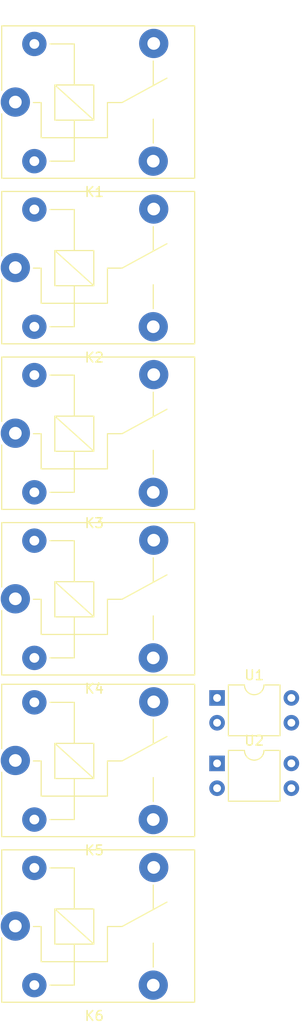
<source format=kicad_pcb>
(kicad_pcb (version 20240108) (generator "pcbnew") (generator_version "8.0")
  (layers (0 "F.Cu" signal) (31 "B.Cu" signal) (34 "B.Paste" user) (35 "F.Paste" user) (36 "B.SilkS" user "B.Silkscreen") (37 "F.SilkS" user "F.Silkscreen") (38 "B.Mask" user) (39 "F.Mask" user) (44 "Edge.Cuts" user))
  (net 0 "")
  (net 1 "/M1+")
  (net 2 "/nFWD1")
  (net 3 "GND1")
  (net 4 "+12V")
  (net 5 "VBUS")
  (net 6 "/nREV1")
  (net 7 "/nREV2")
  (net 8 "/M1-")
  (net 9 "/nFWD2")
  (net 10 "/M2-")
  (net 11 "/M2+")
  (net 12 "/nSOUND")
  (net 13 "/SOUND")
  (net 15 "/nLIGHT")
  (net 17 "/LIGHT")
  (net 18 "/SIG_CLOSE")
  (net 19 "GND2")
  (net 20 "+3V3")
  (net 21 "/nSIG_CLOSE")
  (net 22 "/SIG_OPEN")
  (net 23 "/nSIG_OPEN")
  (footprint "Relay_THT:Relay_SPDT_SANYOU_SRD_Series_Form_C" (layer "F.Cu") (at 94.75 45.3)
    (property "Reference" "K1" (at 8.1 9.2 0) (layer "F.SilkS"))
    (property "Value" "SANYOU_SRD_Form_C")
    (fp_line (start -1.4 -7.8) (end -1.4 -1.2) (stroke (width 0.12)) (layer "F.SilkS"))
    (fp_line (start -1.4 -7.8) (end 18.4 -7.8) (stroke (width 0.12)) (layer "F.SilkS"))
    (fp_line (start -1.4 1.2) (end -1.4 7.8) (stroke (width 0.12)) (layer "F.SilkS"))
    (fp_line (start 2.65 0.05) (end 1.85 0.05) (stroke (width 0.12)) (layer "F.SilkS"))
    (fp_line (start 2.65 0.05) (end 2.65 3.65) (stroke (width 0.12)) (layer "F.SilkS"))
    (fp_line (start 3.55 6.05) (end 6.05 6.05) (stroke (width 0.12)) (layer "F.SilkS"))
    (fp_line (start 4.05 -1.75) (end 8.05 -1.75) (stroke (width 0.12)) (layer "F.SilkS"))
    (fp_line (start 4.05 1.85) (end 4.05 -1.75) (stroke (width 0.12)) (layer "F.SilkS"))
    (fp_line (start 6.05 -5.95) (end 3.55 -5.95) (stroke (width 0.12)) (layer "F.SilkS"))
    (fp_line (start 6.05 -5.95) (end 6.05 -1.75) (stroke (width 0.12)) (layer "F.SilkS"))
    (fp_line (start 6.05 1.85) (end 6.05 6.05) (stroke (width 0.12)) (layer "F.SilkS"))
    (fp_line (start 8.05 -1.75) (end 8.05 1.85) (stroke (width 0.12)) (layer "F.SilkS"))
    (fp_line (start 8.05 1.85) (end 4.05 -1.75) (stroke (width 0.12)) (layer "F.SilkS"))
    (fp_line (start 8.05 1.85) (end 4.05 1.85) (stroke (width 0.12)) (layer "F.SilkS"))
    (fp_line (start 9.45 0.05) (end 9.45 3.65) (stroke (width 0.12)) (layer "F.SilkS"))
    (fp_line (start 9.45 0.05) (end 10.95 0.05) (stroke (width 0.12)) (layer "F.SilkS"))
    (fp_line (start 9.45 3.65) (end 2.65 3.65) (stroke (width 0.12)) (layer "F.SilkS"))
    (fp_line (start 10.95 0.05) (end 15.55 -2.45) (stroke (width 0.12)) (layer "F.SilkS"))
    (fp_line (start 14.15 -4.2) (end 14.15 -1.7) (stroke (width 0.12)) (layer "F.SilkS"))
    (fp_line (start 14.15 4.2) (end 14.15 1.75) (stroke (width 0.12)) (layer "F.SilkS"))
    (fp_line (start 18.4 -7.8) (end 18.4 7.8) (stroke (width 0.12)) (layer "F.SilkS"))
    (fp_line (start 18.4 7.8) (end -1.4 7.8) (stroke (width 0.12)) (layer "F.SilkS"))
    (pad "1" thru_hole circle (at 0 0 90) (size 3 3) (drill 1.3) (layers "*.Cu" "*.Mask") (net 1 "/M1+"))
    (pad "2" thru_hole circle (at 1.95 6.05 90) (size 2.5 2.5) (drill 1) (layers "*.Cu" "*.Mask") (net 4 "+12V"))
    (pad "3" thru_hole circle (at 14.15 6.05 90) (size 3 3) (drill 1.3) (layers "*.Cu" "*.Mask") (net 5 "VBUS"))
    (pad "4" thru_hole circle (at 14.2 -6 90) (size 3 3) (drill 1.3) (layers "*.Cu" "*.Mask") (net 3 "GND1"))
    (pad "5" thru_hole circle (at 1.95 -5.95 90) (size 2.5 2.5) (drill 1) (layers "*.Cu" "*.Mask") (net 2 "/nFWD1"))
  )
  (footprint "Package_DIP:DIP-4_W7.62mm" (layer "F.Cu") (at 115.45 106.3)
    (property "Reference" "U1" (at 3.81 -2.33 0) (layer "F.SilkS"))
    (property "Value" "PC817")
    (fp_line (start 1.16 -1.33) (end 1.16 3.87) (stroke (width 0.12)) (layer "F.SilkS"))
    (fp_line (start 1.16 3.87) (end 6.46 3.87) (stroke (width 0.12)) (layer "F.SilkS"))
    (fp_line (start 2.81 -1.33) (end 1.16 -1.33) (stroke (width 0.12)) (layer "F.SilkS"))
    (fp_line (start 6.46 -1.33) (end 4.81 -1.33) (stroke (width 0.12)) (layer "F.SilkS"))
    (fp_line (start 6.46 3.87) (end 6.46 -1.33) (stroke (width 0.12)) (layer "F.SilkS"))
    (fp_arc (start 4.81 -1.33) (mid 3.81 -0.33) (end 2.81 -1.33) (stroke (width 0.12)) (layer "F.SilkS"))
    (pad "1" thru_hole rect (at 0 0) (size 1.6 1.6) (drill 0.8) (layers "*.Cu" "*.Mask") (net 20 "+3V3"))
    (pad "2" thru_hole oval (at 0 2.54) (size 1.6 1.6) (drill 0.8) (layers "*.Cu" "*.Mask") (net 21 "/nSIG_CLOSE"))
    (pad "3" thru_hole oval (at 7.62 2.54) (size 1.6 1.6) (drill 0.8) (layers "*.Cu" "*.Mask") (net 19 "GND2"))
    (pad "4" thru_hole oval (at 7.62 0) (size 1.6 1.6) (drill 0.8) (layers "*.Cu" "*.Mask") (net 18 "/SIG_CLOSE"))
  )
  (footprint "Relay_THT:Relay_SPDT_SANYOU_SRD_Series_Form_C" (layer "F.Cu") (at 94.75 79.2)
    (property "Reference" "K3" (at 8.1 9.2 0) (layer "F.SilkS"))
    (property "Value" "SANYOU_SRD_Form_C")
    (fp_line (start -1.4 -7.8) (end -1.4 -1.2) (stroke (width 0.12)) (layer "F.SilkS"))
    (fp_line (start -1.4 -7.8) (end 18.4 -7.8) (stroke (width 0.12)) (layer "F.SilkS"))
    (fp_line (start -1.4 1.2) (end -1.4 7.8) (stroke (width 0.12)) (layer "F.SilkS"))
    (fp_line (start 2.65 0.05) (end 1.85 0.05) (stroke (width 0.12)) (layer "F.SilkS"))
    (fp_line (start 2.65 0.05) (end 2.65 3.65) (stroke (width 0.12)) (layer "F.SilkS"))
    (fp_line (start 3.55 6.05) (end 6.05 6.05) (stroke (width 0.12)) (layer "F.SilkS"))
    (fp_line (start 4.05 -1.75) (end 8.05 -1.75) (stroke (width 0.12)) (layer "F.SilkS"))
    (fp_line (start 4.05 1.85) (end 4.05 -1.75) (stroke (width 0.12)) (layer "F.SilkS"))
    (fp_line (start 6.05 -5.95) (end 3.55 -5.95) (stroke (width 0.12)) (layer "F.SilkS"))
    (fp_line (start 6.05 -5.95) (end 6.05 -1.75) (stroke (width 0.12)) (layer "F.SilkS"))
    (fp_line (start 6.05 1.85) (end 6.05 6.05) (stroke (width 0.12)) (layer "F.SilkS"))
    (fp_line (start 8.05 -1.75) (end 8.05 1.85) (stroke (width 0.12)) (layer "F.SilkS"))
    (fp_line (start 8.05 1.85) (end 4.05 -1.75) (stroke (width 0.12)) (layer "F.SilkS"))
    (fp_line (start 8.05 1.85) (end 4.05 1.85) (stroke (width 0.12)) (layer "F.SilkS"))
    (fp_line (start 9.45 0.05) (end 9.45 3.65) (stroke (width 0.12)) (layer "F.SilkS"))
    (fp_line (start 9.45 0.05) (end 10.95 0.05) (stroke (width 0.12)) (layer "F.SilkS"))
    (fp_line (start 9.45 3.65) (end 2.65 3.65) (stroke (width 0.12)) (layer "F.SilkS"))
    (fp_line (start 10.95 0.05) (end 15.55 -2.45) (stroke (width 0.12)) (layer "F.SilkS"))
    (fp_line (start 14.15 -4.2) (end 14.15 -1.7) (stroke (width 0.12)) (layer "F.SilkS"))
    (fp_line (start 14.15 4.2) (end 14.15 1.75) (stroke (width 0.12)) (layer "F.SilkS"))
    (fp_line (start 18.4 -7.8) (end 18.4 7.8) (stroke (width 0.12)) (layer "F.SilkS"))
    (fp_line (start 18.4 7.8) (end -1.4 7.8) (stroke (width 0.12)) (layer "F.SilkS"))
    (pad "1" thru_hole circle (at 0 0 90) (size 3 3) (drill 1.3) (layers "*.Cu" "*.Mask") (net 10 "/M2-"))
    (pad "2" thru_hole circle (at 1.95 6.05 90) (size 2.5 2.5) (drill 1) (layers "*.Cu" "*.Mask") (net 4 "+12V"))
    (pad "3" thru_hole circle (at 14.15 6.05 90) (size 3 3) (drill 1.3) (layers "*.Cu" "*.Mask") (net 5 "VBUS"))
    (pad "4" thru_hole circle (at 14.2 -6 90) (size 3 3) (drill 1.3) (layers "*.Cu" "*.Mask") (net 3 "GND1"))
    (pad "5" thru_hole circle (at 1.95 -5.95 90) (size 2.5 2.5) (drill 1) (layers "*.Cu" "*.Mask") (net 7 "/nREV2"))
  )
  (footprint "Relay_THT:Relay_SPDT_SANYOU_SRD_Series_Form_C" (layer "F.Cu") (at 94.75 62.25)
    (property "Reference" "K2" (at 8.1 9.2 0) (layer "F.SilkS"))
    (property "Value" "SANYOU_SRD_Form_C")
    (fp_line (start -1.4 -7.8) (end -1.4 -1.2) (stroke (width 0.12)) (layer "F.SilkS"))
    (fp_line (start -1.4 -7.8) (end 18.4 -7.8) (stroke (width 0.12)) (layer "F.SilkS"))
    (fp_line (start -1.4 1.2) (end -1.4 7.8) (stroke (width 0.12)) (layer "F.SilkS"))
    (fp_line (start 2.65 0.05) (end 1.85 0.05) (stroke (width 0.12)) (layer "F.SilkS"))
    (fp_line (start 2.65 0.05) (end 2.65 3.65) (stroke (width 0.12)) (layer "F.SilkS"))
    (fp_line (start 3.55 6.05) (end 6.05 6.05) (stroke (width 0.12)) (layer "F.SilkS"))
    (fp_line (start 4.05 -1.75) (end 8.05 -1.75) (stroke (width 0.12)) (layer "F.SilkS"))
    (fp_line (start 4.05 1.85) (end 4.05 -1.75) (stroke (width 0.12)) (layer "F.SilkS"))
    (fp_line (start 6.05 -5.95) (end 3.55 -5.95) (stroke (width 0.12)) (layer "F.SilkS"))
    (fp_line (start 6.05 -5.95) (end 6.05 -1.75) (stroke (width 0.12)) (layer "F.SilkS"))
    (fp_line (start 6.05 1.85) (end 6.05 6.05) (stroke (width 0.12)) (layer "F.SilkS"))
    (fp_line (start 8.05 -1.75) (end 8.05 1.85) (stroke (width 0.12)) (layer "F.SilkS"))
    (fp_line (start 8.05 1.85) (end 4.05 -1.75) (stroke (width 0.12)) (layer "F.SilkS"))
    (fp_line (start 8.05 1.85) (end 4.05 1.85) (stroke (width 0.12)) (layer "F.SilkS"))
    (fp_line (start 9.45 0.05) (end 9.45 3.65) (stroke (width 0.12)) (layer "F.SilkS"))
    (fp_line (start 9.45 0.05) (end 10.95 0.05) (stroke (width 0.12)) (layer "F.SilkS"))
    (fp_line (start 9.45 3.65) (end 2.65 3.65) (stroke (width 0.12)) (layer "F.SilkS"))
    (fp_line (start 10.95 0.05) (end 15.55 -2.45) (stroke (width 0.12)) (layer "F.SilkS"))
    (fp_line (start 14.15 -4.2) (end 14.15 -1.7) (stroke (width 0.12)) (layer "F.SilkS"))
    (fp_line (start 14.15 4.2) (end 14.15 1.75) (stroke (width 0.12)) (layer "F.SilkS"))
    (fp_line (start 18.4 -7.8) (end 18.4 7.8) (stroke (width 0.12)) (layer "F.SilkS"))
    (fp_line (start 18.4 7.8) (end -1.4 7.8) (stroke (width 0.12)) (layer "F.SilkS"))
    (pad "1" thru_hole circle (at 0 0 90) (size 3 3) (drill 1.3) (layers "*.Cu" "*.Mask") (net 8 "/M1-"))
    (pad "2" thru_hole circle (at 1.95 6.05 90) (size 2.5 2.5) (drill 1) (layers "*.Cu" "*.Mask") (net 4 "+12V"))
    (pad "3" thru_hole circle (at 14.15 6.05 90) (size 3 3) (drill 1.3) (layers "*.Cu" "*.Mask") (net 5 "VBUS"))
    (pad "4" thru_hole circle (at 14.2 -6 90) (size 3 3) (drill 1.3) (layers "*.Cu" "*.Mask") (net 3 "GND1"))
    (pad "5" thru_hole circle (at 1.95 -5.95 90) (size 2.5 2.5) (drill 1) (layers "*.Cu" "*.Mask") (net 6 "/nREV1"))
  )
  (footprint "Package_DIP:DIP-4_W7.62mm" (layer "F.Cu") (at 115.45 113)
    (property "Reference" "U2" (at 3.81 -2.33 0) (layer "F.SilkS"))
    (property "Value" "PC817")
    (fp_line (start 1.16 -1.33) (end 1.16 3.87) (stroke (width 0.12)) (layer "F.SilkS"))
    (fp_line (start 1.16 3.87) (end 6.46 3.87) (stroke (width 0.12)) (layer "F.SilkS"))
    (fp_line (start 2.81 -1.33) (end 1.16 -1.33) (stroke (width 0.12)) (layer "F.SilkS"))
    (fp_line (start 6.46 -1.33) (end 4.81 -1.33) (stroke (width 0.12)) (layer "F.SilkS"))
    (fp_line (start 6.46 3.87) (end 6.46 -1.33) (stroke (width 0.12)) (layer "F.SilkS"))
    (fp_arc (start 4.81 -1.33) (mid 3.81 -0.33) (end 2.81 -1.33) (stroke (width 0.12)) (layer "F.SilkS"))
    (pad "1" thru_hole rect (at 0 0) (size 1.6 1.6) (drill 0.8) (layers "*.Cu" "*.Mask") (net 20 "+3V3"))
    (pad "2" thru_hole oval (at 0 2.54) (size 1.6 1.6) (drill 0.8) (layers "*.Cu" "*.Mask") (net 23 "/nSIG_OPEN"))
    (pad "3" thru_hole oval (at 7.62 2.54) (size 1.6 1.6) (drill 0.8) (layers "*.Cu" "*.Mask") (net 19 "GND2"))
    (pad "4" thru_hole oval (at 7.62 0) (size 1.6 1.6) (drill 0.8) (layers "*.Cu" "*.Mask") (net 22 "/SIG_OPEN"))
  )
  (footprint "Relay_THT:Relay_SPDT_SANYOU_SRD_Series_Form_C" (layer "F.Cu") (at 94.75 96.15)
    (property "Reference" "K4" (at 8.1 9.2 0) (layer "F.SilkS"))
    (property "Value" "SANYOU_SRD_Form_C")
    (fp_line (start -1.4 -7.8) (end -1.4 -1.2) (stroke (width 0.12)) (layer "F.SilkS"))
    (fp_line (start -1.4 -7.8) (end 18.4 -7.8) (stroke (width 0.12)) (layer "F.SilkS"))
    (fp_line (start -1.4 1.2) (end -1.4 7.8) (stroke (width 0.12)) (layer "F.SilkS"))
    (fp_line (start 2.65 0.05) (end 1.85 0.05) (stroke (width 0.12)) (layer "F.SilkS"))
    (fp_line (start 2.65 0.05) (end 2.65 3.65) (stroke (width 0.12)) (layer "F.SilkS"))
    (fp_line (start 3.55 6.05) (end 6.05 6.05) (stroke (width 0.12)) (layer "F.SilkS"))
    (fp_line (start 4.05 -1.75) (end 8.05 -1.75) (stroke (width 0.12)) (layer "F.SilkS"))
    (fp_line (start 4.05 1.85) (end 4.05 -1.75) (stroke (width 0.12)) (layer "F.SilkS"))
    (fp_line (start 6.05 -5.95) (end 3.55 -5.95) (stroke (width 0.12)) (layer "F.SilkS"))
    (fp_line (start 6.05 -5.95) (end 6.05 -1.75) (stroke (width 0.12)) (layer "F.SilkS"))
    (fp_line (start 6.05 1.85) (end 6.05 6.05) (stroke (width 0.12)) (layer "F.SilkS"))
    (fp_line (start 8.05 -1.75) (end 8.05 1.85) (stroke (width 0.12)) (layer "F.SilkS"))
    (fp_line (start 8.05 1.85) (end 4.05 -1.75) (stroke (width 0.12)) (layer "F.SilkS"))
    (fp_line (start 8.05 1.85) (end 4.05 1.85) (stroke (width 0.12)) (layer "F.SilkS"))
    (fp_line (start 9.45 0.05) (end 9.45 3.65) (stroke (width 0.12)) (layer "F.SilkS"))
    (fp_line (start 9.45 0.05) (end 10.95 0.05) (stroke (width 0.12)) (layer "F.SilkS"))
    (fp_line (start 9.45 3.65) (end 2.65 3.65) (stroke (width 0.12)) (layer "F.SilkS"))
    (fp_line (start 10.95 0.05) (end 15.55 -2.45) (stroke (width 0.12)) (layer "F.SilkS"))
    (fp_line (start 14.15 -4.2) (end 14.15 -1.7) (stroke (width 0.12)) (layer "F.SilkS"))
    (fp_line (start 14.15 4.2) (end 14.15 1.75) (stroke (width 0.12)) (layer "F.SilkS"))
    (fp_line (start 18.4 -7.8) (end 18.4 7.8) (stroke (width 0.12)) (layer "F.SilkS"))
    (fp_line (start 18.4 7.8) (end -1.4 7.8) (stroke (width 0.12)) (layer "F.SilkS"))
    (pad "1" thru_hole circle (at 0 0 90) (size 3 3) (drill 1.3) (layers "*.Cu" "*.Mask") (net 11 "/M2+"))
    (pad "2" thru_hole circle (at 1.95 6.05 90) (size 2.5 2.5) (drill 1) (layers "*.Cu" "*.Mask") (net 4 "+12V"))
    (pad "3" thru_hole circle (at 14.15 6.05 90) (size 3 3) (drill 1.3) (layers "*.Cu" "*.Mask") (net 5 "VBUS"))
    (pad "4" thru_hole circle (at 14.2 -6 90) (size 3 3) (drill 1.3) (layers "*.Cu" "*.Mask") (net 3 "GND1"))
    (pad "5" thru_hole circle (at 1.95 -5.95 90) (size 2.5 2.5) (drill 1) (layers "*.Cu" "*.Mask") (net 9 "/nFWD2"))
  )
  (footprint "Relay_THT:Relay_SPDT_SANYOU_SRD_Series_Form_C" (layer "F.Cu") (at 94.75 112.7)
    (property "Reference" "K5" (at 8.1 9.2 0) (layer "F.SilkS"))
    (property "Value" "SANYOU_SRD_Form_C")
    (fp_line (start -1.4 -7.8) (end -1.4 -1.2) (stroke (width 0.12)) (layer "F.SilkS"))
    (fp_line (start -1.4 -7.8) (end 18.4 -7.8) (stroke (width 0.12)) (layer "F.SilkS"))
    (fp_line (start -1.4 1.2) (end -1.4 7.8) (stroke (width 0.12)) (layer "F.SilkS"))
    (fp_line (start 2.65 0.05) (end 1.85 0.05) (stroke (width 0.12)) (layer "F.SilkS"))
    (fp_line (start 2.65 0.05) (end 2.65 3.65) (stroke (width 0.12)) (layer "F.SilkS"))
    (fp_line (start 3.55 6.05) (end 6.05 6.05) (stroke (width 0.12)) (layer "F.SilkS"))
    (fp_line (start 4.05 -1.75) (end 8.05 -1.75) (stroke (width 0.12)) (layer "F.SilkS"))
    (fp_line (start 4.05 1.85) (end 4.05 -1.75) (stroke (width 0.12)) (layer "F.SilkS"))
    (fp_line (start 6.05 -5.95) (end 3.55 -5.95) (stroke (width 0.12)) (layer "F.SilkS"))
    (fp_line (start 6.05 -5.95) (end 6.05 -1.75) (stroke (width 0.12)) (layer "F.SilkS"))
    (fp_line (start 6.05 1.85) (end 6.05 6.05) (stroke (width 0.12)) (layer "F.SilkS"))
    (fp_line (start 8.05 -1.75) (end 8.05 1.85) (stroke (width 0.12)) (layer "F.SilkS"))
    (fp_line (start 8.05 1.85) (end 4.05 -1.75) (stroke (width 0.12)) (layer "F.SilkS"))
    (fp_line (start 8.05 1.85) (end 4.05 1.85) (stroke (width 0.12)) (layer "F.SilkS"))
    (fp_line (start 9.45 0.05) (end 9.45 3.65) (stroke (width 0.12)) (layer "F.SilkS"))
    (fp_line (start 9.45 0.05) (end 10.95 0.05) (stroke (width 0.12)) (layer "F.SilkS"))
    (fp_line (start 9.45 3.65) (end 2.65 3.65) (stroke (width 0.12)) (layer "F.SilkS"))
    (fp_line (start 10.95 0.05) (end 15.55 -2.45) (stroke (width 0.12)) (layer "F.SilkS"))
    (fp_line (start 14.15 -4.2) (end 14.15 -1.7) (stroke (width 0.12)) (layer "F.SilkS"))
    (fp_line (start 14.15 4.2) (end 14.15 1.75) (stroke (width 0.12)) (layer "F.SilkS"))
    (fp_line (start 18.4 -7.8) (end 18.4 7.8) (stroke (width 0.12)) (layer "F.SilkS"))
    (fp_line (start 18.4 7.8) (end -1.4 7.8) (stroke (width 0.12)) (layer "F.SilkS"))
    (pad "1" thru_hole circle (at 0 0 90) (size 3 3) (drill 1.3) (layers "*.Cu" "*.Mask") (net 13 "/SOUND"))
    (pad "2" thru_hole circle (at 1.95 6.05 90) (size 2.5 2.5) (drill 1) (layers "*.Cu" "*.Mask") (net 4 "+12V"))
    (pad "3" thru_hole circle (at 14.15 6.05 90) (size 3 3) (drill 1.3) (layers "*.Cu" "*.Mask") (net 5 "VBUS"))
    (pad "4" thru_hole circle (at 14.2 -6 90) (size 3 3) (drill 1.3) (layers "*.Cu" "*.Mask"))
    (pad "5" thru_hole circle (at 1.95 -5.95 90) (size 2.5 2.5) (drill 1) (layers "*.Cu" "*.Mask") (net 12 "/nSOUND"))
  )
  (footprint "Relay_THT:Relay_SPDT_SANYOU_SRD_Series_Form_C" (layer "F.Cu") (at 94.75 129.65)
    (property "Reference" "K6" (at 8.1 9.2 0) (layer "F.SilkS"))
    (property "Value" "SANYOU_SRD_Form_C")
    (fp_line (start -1.4 -7.8) (end -1.4 -1.2) (stroke (width 0.12)) (layer "F.SilkS"))
    (fp_line (start -1.4 -7.8) (end 18.4 -7.8) (stroke (width 0.12)) (layer "F.SilkS"))
    (fp_line (start -1.4 1.2) (end -1.4 7.8) (stroke (width 0.12)) (layer "F.SilkS"))
    (fp_line (start 2.65 0.05) (end 1.85 0.05) (stroke (width 0.12)) (layer "F.SilkS"))
    (fp_line (start 2.65 0.05) (end 2.65 3.65) (stroke (width 0.12)) (layer "F.SilkS"))
    (fp_line (start 3.55 6.05) (end 6.05 6.05) (stroke (width 0.12)) (layer "F.SilkS"))
    (fp_line (start 4.05 -1.75) (end 8.05 -1.75) (stroke (width 0.12)) (layer "F.SilkS"))
    (fp_line (start 4.05 1.85) (end 4.05 -1.75) (stroke (width 0.12)) (layer "F.SilkS"))
    (fp_line (start 6.05 -5.95) (end 3.55 -5.95) (stroke (width 0.12)) (layer "F.SilkS"))
    (fp_line (start 6.05 -5.95) (end 6.05 -1.75) (stroke (width 0.12)) (layer "F.SilkS"))
    (fp_line (start 6.05 1.85) (end 6.05 6.05) (stroke (width 0.12)) (layer "F.SilkS"))
    (fp_line (start 8.05 -1.75) (end 8.05 1.85) (stroke (width 0.12)) (layer "F.SilkS"))
    (fp_line (start 8.05 1.85) (end 4.05 -1.75) (stroke (width 0.12)) (layer "F.SilkS"))
    (fp_line (start 8.05 1.85) (end 4.05 1.85) (stroke (width 0.12)) (layer "F.SilkS"))
    (fp_line (start 9.45 0.05) (end 9.45 3.65) (stroke (width 0.12)) (layer "F.SilkS"))
    (fp_line (start 9.45 0.05) (end 10.95 0.05) (stroke (width 0.12)) (layer "F.SilkS"))
    (fp_line (start 9.45 3.65) (end 2.65 3.65) (stroke (width 0.12)) (layer "F.SilkS"))
    (fp_line (start 10.95 0.05) (end 15.55 -2.45) (stroke (width 0.12)) (layer "F.SilkS"))
    (fp_line (start 14.15 -4.2) (end 14.15 -1.7) (stroke (width 0.12)) (layer "F.SilkS"))
    (fp_line (start 14.15 4.2) (end 14.15 1.75) (stroke (width 0.12)) (layer "F.SilkS"))
    (fp_line (start 18.4 -7.8) (end 18.4 7.8) (stroke (width 0.12)) (layer "F.SilkS"))
    (fp_line (start 18.4 7.8) (end -1.4 7.8) (stroke (width 0.12)) (layer "F.SilkS"))
    (pad "1" thru_hole circle (at 0 0 90) (size 3 3) (drill 1.3) (layers "*.Cu" "*.Mask") (net 17 "/LIGHT"))
    (pad "2" thru_hole circle (at 1.95 6.05 90) (size 2.5 2.5) (drill 1) (layers "*.Cu" "*.Mask") (net 4 "+12V"))
    (pad "3" thru_hole circle (at 14.15 6.05 90) (size 3 3) (drill 1.3) (layers "*.Cu" "*.Mask") (net 5 "VBUS"))
    (pad "4" thru_hole circle (at 14.2 -6 90) (size 3 3) (drill 1.3) (layers "*.Cu" "*.Mask"))
    (pad "5" thru_hole circle (at 1.95 -5.95 90) (size 2.5 2.5) (drill 1) (layers "*.Cu" "*.Mask") (net 15 "/nLIGHT"))
  )
)
</source>
